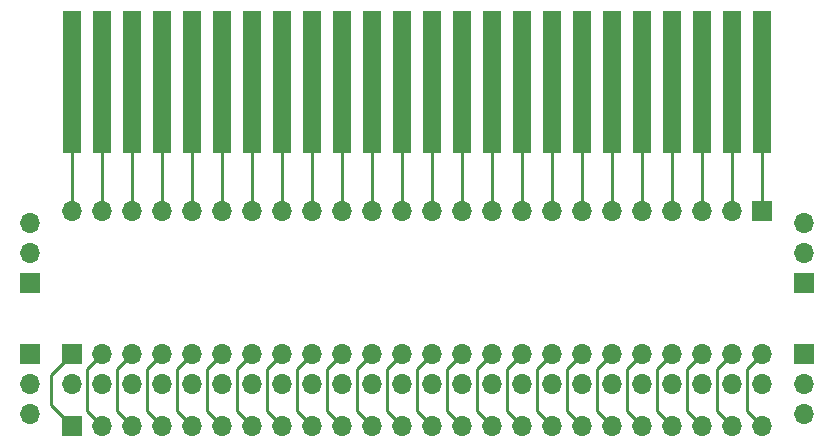
<source format=gbl>
%TF.GenerationSoftware,KiCad,Pcbnew,5.1.10-88a1d61d58~88~ubuntu20.04.1*%
%TF.CreationDate,2021-06-23T17:02:21-05:00*%
%TF.ProjectId,nes-expansion-port,6e65732d-6578-4706-916e-73696f6e2d70,rev?*%
%TF.SameCoordinates,Original*%
%TF.FileFunction,Copper,L2,Bot*%
%TF.FilePolarity,Positive*%
%FSLAX46Y46*%
G04 Gerber Fmt 4.6, Leading zero omitted, Abs format (unit mm)*
G04 Created by KiCad (PCBNEW 5.1.10-88a1d61d58~88~ubuntu20.04.1) date 2021-06-23 17:02:21*
%MOMM*%
%LPD*%
G01*
G04 APERTURE LIST*
%TA.AperFunction,ComponentPad*%
%ADD10O,1.700000X1.700000*%
%TD*%
%TA.AperFunction,ComponentPad*%
%ADD11R,1.700000X1.700000*%
%TD*%
%TA.AperFunction,SMDPad,CuDef*%
%ADD12R,1.524000X12.000000*%
%TD*%
%TA.AperFunction,Conductor*%
%ADD13C,0.250000*%
%TD*%
G04 APERTURE END LIST*
D10*
X104902000Y-48036000D03*
X107442000Y-48036000D03*
X109982000Y-48036000D03*
X112522000Y-48036000D03*
X115062000Y-48036000D03*
X117602000Y-48036000D03*
X120142000Y-48036000D03*
X122682000Y-48036000D03*
X125222000Y-48036000D03*
X127762000Y-48036000D03*
X130302000Y-48036000D03*
X132842000Y-48036000D03*
X135382000Y-48036000D03*
X137922000Y-48036000D03*
X140462000Y-48036000D03*
X143002000Y-48036000D03*
X145542000Y-48036000D03*
X148082000Y-48036000D03*
X150622000Y-48036000D03*
X153162000Y-48036000D03*
X155702000Y-48036000D03*
X158242000Y-48036000D03*
X160782000Y-48036000D03*
D11*
X163322000Y-48036000D03*
X101346000Y-54132000D03*
D10*
X101346000Y-51592000D03*
X101346000Y-49052000D03*
D11*
X166878000Y-54132000D03*
D10*
X166878000Y-51592000D03*
X166878000Y-49052000D03*
D12*
X104902000Y-37114000D03*
X107442000Y-37114000D03*
X109982000Y-37114000D03*
X112522000Y-37114000D03*
X115062000Y-37114000D03*
X117602000Y-37114000D03*
X120142000Y-37114000D03*
X122682000Y-37114000D03*
X125222000Y-37114000D03*
X127762000Y-37114000D03*
X130302000Y-37114000D03*
X132842000Y-37114000D03*
X135382000Y-37114000D03*
X137922000Y-37114000D03*
X140462000Y-37114000D03*
X143002000Y-37114000D03*
X145542000Y-37114000D03*
X148082000Y-37114000D03*
X150622000Y-37114000D03*
X153162000Y-37114000D03*
X155702000Y-37114000D03*
X158242000Y-37114000D03*
X160782000Y-37114000D03*
X163322000Y-37114000D03*
D10*
X101346000Y-65278000D03*
X101346000Y-62738000D03*
D11*
X101346000Y-60198000D03*
D10*
X166878000Y-65278000D03*
X166878000Y-62738000D03*
D11*
X166878000Y-60198000D03*
D10*
X163322000Y-66294000D03*
X160782000Y-66294000D03*
X158242000Y-66294000D03*
X155702000Y-66294000D03*
X153162000Y-66294000D03*
X150622000Y-66294000D03*
X148082000Y-66294000D03*
X145542000Y-66294000D03*
X143002000Y-66294000D03*
X140462000Y-66294000D03*
X137922000Y-66294000D03*
X135382000Y-66294000D03*
X132842000Y-66294000D03*
X130302000Y-66294000D03*
X127762000Y-66294000D03*
X125222000Y-66294000D03*
X122682000Y-66294000D03*
X120142000Y-66294000D03*
X117602000Y-66294000D03*
X115062000Y-66294000D03*
X112522000Y-66294000D03*
X109982000Y-66294000D03*
X107442000Y-66294000D03*
D11*
X104902000Y-66294000D03*
X104902000Y-60198000D03*
D10*
X104902000Y-62738000D03*
X107442000Y-60198000D03*
X107442000Y-62738000D03*
X109982000Y-60198000D03*
X109982000Y-62738000D03*
X112522000Y-60198000D03*
X112522000Y-62738000D03*
X115062000Y-60198000D03*
X115062000Y-62738000D03*
X117602000Y-60198000D03*
X117602000Y-62738000D03*
X120142000Y-60198000D03*
X120142000Y-62738000D03*
X122682000Y-60198000D03*
X122682000Y-62738000D03*
X125222000Y-60198000D03*
X125222000Y-62738000D03*
X127762000Y-60198000D03*
X127762000Y-62738000D03*
X130302000Y-60198000D03*
X130302000Y-62738000D03*
X132842000Y-60198000D03*
X132842000Y-62738000D03*
X135382000Y-60198000D03*
X135382000Y-62738000D03*
X137922000Y-60198000D03*
X137922000Y-62738000D03*
X140462000Y-60198000D03*
X140462000Y-62738000D03*
X143002000Y-60198000D03*
X143002000Y-62738000D03*
X145542000Y-60198000D03*
X145542000Y-62738000D03*
X148082000Y-60198000D03*
X148082000Y-62738000D03*
X150622000Y-60198000D03*
X150622000Y-62738000D03*
X153162000Y-60198000D03*
X153162000Y-62738000D03*
X155702000Y-60198000D03*
X155702000Y-62738000D03*
X158242000Y-60198000D03*
X158242000Y-62738000D03*
X160782000Y-60198000D03*
X160782000Y-62738000D03*
X163322000Y-60198000D03*
X163322000Y-62738000D03*
D13*
X163322000Y-37114000D02*
X163322000Y-48036000D01*
X104902000Y-66294000D02*
X103124000Y-64516000D01*
X103124000Y-61976000D02*
X104902000Y-60198000D01*
X103124000Y-64516000D02*
X103124000Y-61976000D01*
X160782000Y-37114000D02*
X160782000Y-48036000D01*
X106172000Y-61468000D02*
X107442000Y-60198000D01*
X106172000Y-65024000D02*
X106172000Y-61468000D01*
X107442000Y-66294000D02*
X106172000Y-65024000D01*
X109982000Y-66294000D02*
X108712000Y-65024000D01*
X108712000Y-61468000D02*
X109982000Y-60198000D01*
X108712000Y-65024000D02*
X108712000Y-61468000D01*
X158242000Y-37114000D02*
X158242000Y-48036000D01*
X112522000Y-66294000D02*
X111252000Y-65024000D01*
X111252000Y-61468000D02*
X112522000Y-60198000D01*
X111252000Y-65024000D02*
X111252000Y-61468000D01*
X155702000Y-48036000D02*
X155702000Y-37114000D01*
X115062000Y-66294000D02*
X113792000Y-65024000D01*
X113792000Y-61468000D02*
X115062000Y-60198000D01*
X113792000Y-65024000D02*
X113792000Y-61468000D01*
X153162000Y-37114000D02*
X153162000Y-48036000D01*
X117602000Y-66294000D02*
X116332000Y-65024000D01*
X116332000Y-61468000D02*
X117602000Y-60198000D01*
X116332000Y-65024000D02*
X116332000Y-61468000D01*
X150622000Y-48036000D02*
X150622000Y-37114000D01*
X120142000Y-66294000D02*
X118872000Y-65024000D01*
X118872000Y-61468000D02*
X120142000Y-60198000D01*
X118872000Y-65024000D02*
X118872000Y-61468000D01*
X148082000Y-37114000D02*
X148082000Y-48036000D01*
X122682000Y-66294000D02*
X121412000Y-65024000D01*
X121412000Y-61468000D02*
X122682000Y-60198000D01*
X121412000Y-65024000D02*
X121412000Y-61468000D01*
X145542000Y-48036000D02*
X145542000Y-37114000D01*
X125222000Y-66294000D02*
X123952000Y-65024000D01*
X123952000Y-61468000D02*
X125222000Y-60198000D01*
X123952000Y-65024000D02*
X123952000Y-61468000D01*
X143002000Y-37114000D02*
X143002000Y-48036000D01*
X126492000Y-61468000D02*
X127762000Y-60198000D01*
X126492000Y-65024000D02*
X126492000Y-61468000D01*
X127762000Y-66294000D02*
X126492000Y-65024000D01*
X140462000Y-48036000D02*
X140462000Y-37114000D01*
X129032000Y-65024000D02*
X129032000Y-61468000D01*
X130302000Y-66294000D02*
X129032000Y-65024000D01*
X129032000Y-61468000D02*
X130302000Y-60198000D01*
X137922000Y-37114000D02*
X137922000Y-48036000D01*
X131572000Y-65024000D02*
X131572000Y-61468000D01*
X132842000Y-66294000D02*
X131572000Y-65024000D01*
X131572000Y-61468000D02*
X132842000Y-60198000D01*
X135382000Y-48036000D02*
X135382000Y-37114000D01*
X134112000Y-65024000D02*
X134112000Y-61468000D01*
X134112000Y-61468000D02*
X135382000Y-60198000D01*
X135382000Y-66294000D02*
X134112000Y-65024000D01*
X132842000Y-37114000D02*
X132842000Y-48036000D01*
X136652000Y-61468000D02*
X137922000Y-60198000D01*
X137922000Y-66294000D02*
X136652000Y-65024000D01*
X136652000Y-65024000D02*
X136652000Y-61468000D01*
X130302000Y-48036000D02*
X130302000Y-37114000D01*
X139192000Y-61468000D02*
X140462000Y-60198000D01*
X139192000Y-65024000D02*
X139192000Y-61468000D01*
X140462000Y-66294000D02*
X139192000Y-65024000D01*
X127762000Y-48036000D02*
X127762000Y-37114000D01*
X143002000Y-66294000D02*
X141732000Y-65024000D01*
X141732000Y-61468000D02*
X143002000Y-60198000D01*
X141732000Y-65024000D02*
X141732000Y-61468000D01*
X125222000Y-37114000D02*
X125222000Y-48036000D01*
X144272000Y-61468000D02*
X145542000Y-60198000D01*
X144272000Y-65024000D02*
X144272000Y-61468000D01*
X145542000Y-66294000D02*
X144272000Y-65024000D01*
X122682000Y-48036000D02*
X122682000Y-37114000D01*
X146812000Y-65024000D02*
X146812000Y-61468000D01*
X148082000Y-66294000D02*
X146812000Y-65024000D01*
X146812000Y-61468000D02*
X148082000Y-60198000D01*
X120142000Y-37114000D02*
X120142000Y-48036000D01*
X149352000Y-65024000D02*
X149352000Y-61468000D01*
X150622000Y-66294000D02*
X149352000Y-65024000D01*
X149352000Y-61468000D02*
X150622000Y-60198000D01*
X117602000Y-48036000D02*
X117602000Y-37114000D01*
X151892000Y-65024000D02*
X151892000Y-61468000D01*
X151892000Y-61468000D02*
X153162000Y-60198000D01*
X153162000Y-66294000D02*
X151892000Y-65024000D01*
X115062000Y-37114000D02*
X115062000Y-48036000D01*
X154432000Y-61468000D02*
X155702000Y-60198000D01*
X155702000Y-66294000D02*
X154432000Y-65024000D01*
X154432000Y-65024000D02*
X154432000Y-61468000D01*
X112522000Y-48036000D02*
X112522000Y-37114000D01*
X156972000Y-61468000D02*
X158242000Y-60198000D01*
X156972000Y-65024000D02*
X156972000Y-61468000D01*
X158242000Y-66294000D02*
X156972000Y-65024000D01*
X109982000Y-37114000D02*
X109982000Y-48036000D01*
X159512000Y-61468000D02*
X160782000Y-60198000D01*
X160782000Y-66294000D02*
X159512000Y-65024000D01*
X159512000Y-65024000D02*
X159512000Y-61468000D01*
X107442000Y-48036000D02*
X107442000Y-37114000D01*
X162052000Y-61468000D02*
X163322000Y-60198000D01*
X163322000Y-66294000D02*
X162052000Y-65024000D01*
X162052000Y-65024000D02*
X162052000Y-61468000D01*
X104902000Y-37114000D02*
X104902000Y-48036000D01*
M02*

</source>
